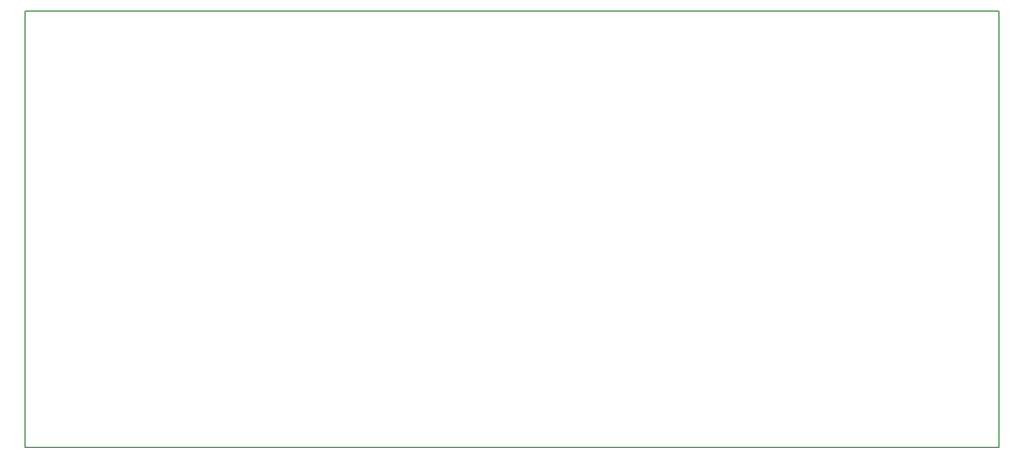
<source format=gbr>
G04 #@! TF.FileFunction,Legend,Bot*
%FSLAX46Y46*%
G04 Gerber Fmt 4.6, Leading zero omitted, Abs format (unit mm)*
G04 Created by KiCad (PCBNEW 4.0.7) date Sun Jan 28 04:55:33 2018*
%MOMM*%
%LPD*%
G01*
G04 APERTURE LIST*
%ADD10C,0.100000*%
%ADD11C,0.150000*%
G04 APERTURE END LIST*
D10*
D11*
X106680000Y-33655000D02*
X106680000Y-97155000D01*
X106680000Y-33655000D02*
X248285000Y-33655000D01*
X248285000Y-97155000D02*
X106680000Y-97155000D01*
X248285000Y-33655000D02*
X248285000Y-97155000D01*
M02*

</source>
